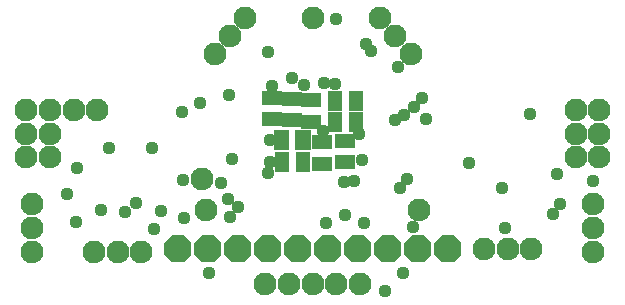
<source format=gbr>
G04 EAGLE Gerber X2 export*
G04 #@! %TF.Part,Single*
G04 #@! %TF.FileFunction,Soldermask,Bot,1*
G04 #@! %TF.FilePolarity,Negative*
G04 #@! %TF.GenerationSoftware,Autodesk,EAGLE,8.6.0*
G04 #@! %TF.CreationDate,2018-03-03T08:39:01Z*
G75*
%MOMM*%
%FSLAX34Y34*%
%LPD*%
%AMOC8*
5,1,8,0,0,1.08239X$1,22.5*%
G01*
%ADD10R,1.308000X1.708000*%
%ADD11R,1.708000X1.308000*%
%ADD12C,1.930400*%
%ADD13P,2.474344X8X112.500000*%
%ADD14C,1.112000*%


D10*
X508542Y375007D03*
X526542Y375007D03*
D11*
X455298Y377499D03*
X455298Y395499D03*
X517192Y340901D03*
X517192Y358901D03*
D10*
X508605Y392196D03*
X526605Y392196D03*
X481798Y341197D03*
X463798Y341197D03*
D11*
X488803Y375094D03*
X488803Y393094D03*
X472110Y376305D03*
X472110Y394305D03*
D10*
G36*
X475135Y368140D02*
X488214Y368163D01*
X488243Y351084D01*
X475164Y351061D01*
X475135Y368140D01*
G37*
G36*
X457135Y368109D02*
X470214Y368132D01*
X470243Y351053D01*
X457164Y351030D01*
X457135Y368109D01*
G37*
D11*
X498098Y339591D03*
X498098Y357591D03*
D12*
X530000Y238000D03*
X510000Y238000D03*
X490000Y238000D03*
X470000Y238000D03*
X450000Y238000D03*
X267500Y345000D03*
X267500Y365000D03*
X267500Y385000D03*
X247500Y345000D03*
X247500Y365000D03*
X247500Y385000D03*
X712500Y345000D03*
X712500Y365000D03*
X712500Y385000D03*
X732500Y345000D03*
X732500Y365000D03*
X732500Y385000D03*
X400000Y300000D03*
X490000Y462500D03*
X580000Y300000D03*
D13*
X375700Y267500D03*
X401100Y267500D03*
X426500Y267500D03*
X451900Y267500D03*
X477300Y267500D03*
X502700Y267500D03*
X528100Y267500D03*
X553500Y267500D03*
X578900Y267500D03*
X604300Y267500D03*
D12*
X305000Y265000D03*
X325000Y265000D03*
X345000Y265000D03*
X635000Y267500D03*
X655000Y267500D03*
X675000Y267500D03*
X287500Y385000D03*
X307500Y385000D03*
X546958Y462663D03*
X560000Y447500D03*
X573042Y432337D03*
X407118Y432202D03*
X420000Y447500D03*
X432882Y462798D03*
X727500Y305000D03*
X727500Y285000D03*
X727500Y265000D03*
X252500Y265000D03*
X252500Y285000D03*
X252500Y305000D03*
X395900Y326800D03*
D14*
X622000Y340000D03*
X693600Y296500D03*
X509500Y462000D03*
X419000Y397500D03*
X340500Y306000D03*
X379500Y383500D03*
X310500Y300000D03*
X498800Y367200D03*
X472400Y411700D03*
X421954Y343700D03*
X653000Y285350D03*
X674043Y382000D03*
X525000Y325000D03*
X453900Y341200D03*
X455500Y405000D03*
X529150Y364350D03*
X508900Y406686D03*
X559600Y376314D03*
X452500Y331700D03*
X426600Y302500D03*
X516500Y324000D03*
X380300Y325400D03*
X381300Y293300D03*
X482700Y405800D03*
X402300Y247100D03*
X582700Y395400D03*
X539739Y435039D03*
X534856Y440853D03*
X562141Y420959D03*
X454000Y359500D03*
X517500Y296200D03*
X564000Y319000D03*
X550800Y231600D03*
X566211Y246589D03*
X499490Y407868D03*
X567000Y381100D03*
X420000Y294500D03*
X501000Y289500D03*
X533000Y289500D03*
X330800Y299000D03*
X361889Y299111D03*
X570200Y326200D03*
X650245Y318745D03*
X699000Y305000D03*
X532000Y342500D03*
X575000Y286000D03*
X418000Y310000D03*
X289500Y290500D03*
X394500Y391000D03*
X412300Y323400D03*
X354200Y352400D03*
X317200Y352500D03*
X282000Y313900D03*
X290200Y336100D03*
X452500Y433700D03*
X575800Y387200D03*
X696500Y330400D03*
X585500Y377500D03*
X356000Y284000D03*
X727550Y325000D03*
M02*

</source>
